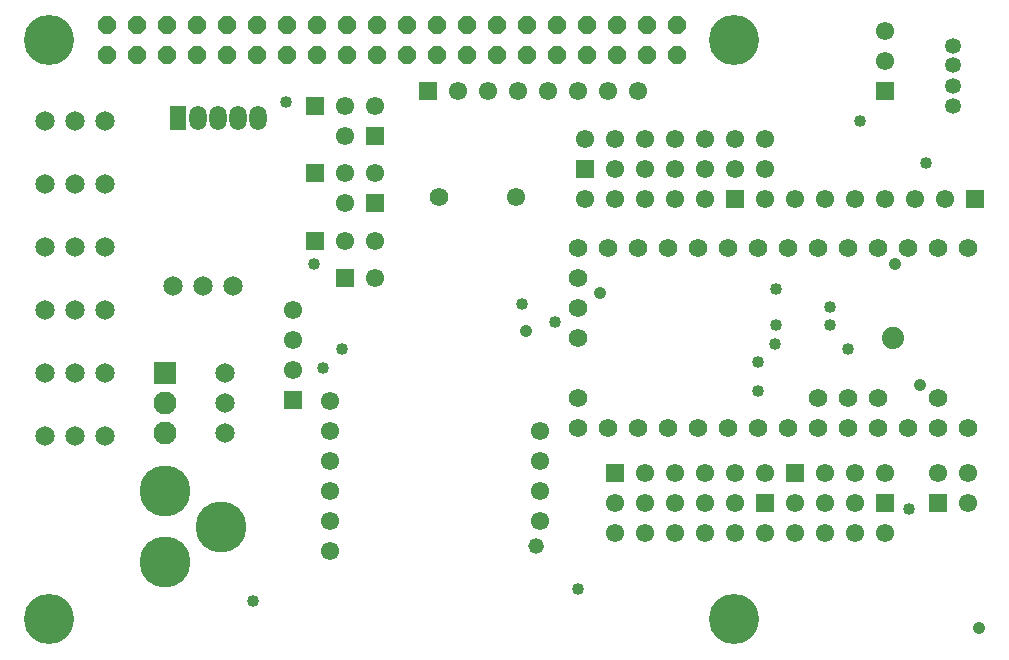
<source format=gbs>
G04 DipTrace 3.0.0.0*
G04 TeensyArbotixProRPI.gbs*
%MOIN*%
G04 #@! TF.FileFunction,Soldermask,Bot*
G04 #@! TF.Part,Single*
%AMOUTLINE0*5,1,8,0,0,0.065199,-22.499571*%
%ADD13C,0.04*%
%ADD42C,0.17*%
%ADD45C,0.065199*%
%ADD47C,0.05315*%
%ADD56C,0.074*%
%ADD57C,0.074*%
%ADD62C,0.06194*%
%ADD71C,0.167*%
%ADD73C,0.052*%
%ADD75C,0.042*%
%ADD79O,0.057X0.082*%
%ADD81R,0.057X0.082*%
%ADD85C,0.062*%
%ADD95C,0.076803*%
%ADD97R,0.076803X0.076803*%
%ADD111R,0.061055X0.061055*%
%ADD121C,0.061055*%
%ADD128OUTLINE0*%
%FSLAX26Y26*%
G04*
G70*
G90*
G75*
G01*
G04 BotMask*
%LPD*%
D75*
X2368701Y1618701D3*
X3631002Y503889D3*
X3351091Y1714050D3*
D73*
X2155332Y777030D3*
D75*
X2122645Y1490757D3*
X3435914Y1311831D3*
D71*
X2814961Y531496D3*
X531496D3*
Y2460630D3*
X2814961D3*
D13*
X3133701Y1573701D3*
X2293701Y633701D3*
X3396743Y898211D3*
X2953701Y1633701D3*
X1210135Y592702D3*
X3133701Y1513701D3*
X2894215Y1388044D3*
X2893701Y1293701D3*
X1507616Y1430777D3*
X2949546Y1448400D3*
X3453701Y2053701D3*
X3233701Y2193701D3*
X3193701Y1433701D3*
X2953701Y1513701D3*
X1321895Y2255645D3*
X1413385Y1715036D3*
X1443701Y1368701D3*
X2217710Y1523818D3*
X2106701Y1583701D3*
D121*
X1468701Y1157505D3*
Y1057505D3*
Y957505D3*
Y1257505D3*
X2168701Y1057505D3*
Y957505D3*
Y857505D3*
Y1157505D3*
X1468701Y857505D3*
Y757505D3*
D111*
X2918701Y918701D3*
D121*
Y818701D3*
X2818701Y918701D3*
Y818701D3*
X2718701Y918701D3*
Y818701D3*
X2618701Y918701D3*
Y818701D3*
X2518701Y918701D3*
Y818701D3*
X2418701Y918701D3*
Y818701D3*
D111*
Y1018701D3*
D121*
X2518701D3*
X2618701D3*
X2718701D3*
X2818701D3*
X2918701D3*
D111*
X3318701Y918701D3*
D121*
Y818701D3*
X3218701Y918701D3*
Y818701D3*
X3118701Y918701D3*
Y818701D3*
X3018701Y918701D3*
Y818701D3*
D111*
Y1018701D3*
D121*
X3118701D3*
X3218701D3*
X3318701D3*
D111*
X2318701Y2033701D3*
D121*
Y2133701D3*
X2418701Y2033701D3*
Y2133701D3*
X2518701Y2033701D3*
Y2133701D3*
X2618701Y2033701D3*
Y2133701D3*
X2718701Y2033701D3*
Y2133701D3*
X2818701Y2033701D3*
Y2133701D3*
X2918701Y2033701D3*
Y2133701D3*
D111*
X3318701Y2293701D3*
D121*
Y2393701D3*
Y2493701D3*
D42*
X918701Y958071D3*
Y721851D3*
X1103740Y839961D3*
D111*
X1343701Y1262126D3*
D121*
Y1362126D3*
Y1462126D3*
Y1562126D3*
D111*
X3493701Y918701D3*
D121*
Y1018701D3*
X3593701Y918701D3*
Y1018701D3*
D128*
X723229Y2410630D3*
Y2510630D3*
X823229Y2410630D3*
Y2510630D3*
X923229Y2410630D3*
Y2510630D3*
X1023229Y2410630D3*
Y2510630D3*
X1123229Y2410630D3*
Y2510630D3*
X1223229Y2410630D3*
Y2510630D3*
X1323229Y2410630D3*
Y2510630D3*
X1423229Y2410630D3*
Y2510630D3*
X1523229Y2410630D3*
Y2510630D3*
X1623229Y2410630D3*
Y2510630D3*
X1723229Y2410630D3*
Y2510630D3*
X1823229Y2410630D3*
Y2510630D3*
X1923229Y2410630D3*
Y2510630D3*
X2023229Y2410630D3*
Y2510630D3*
X2123229Y2410630D3*
Y2510630D3*
X2223229Y2410630D3*
Y2510630D3*
X2323229Y2410630D3*
Y2510630D3*
X2423229Y2410630D3*
Y2510630D3*
X2523229Y2410630D3*
Y2510630D3*
X2623229Y2410630D3*
Y2510630D3*
D45*
X518701Y1983701D3*
X618701D3*
X718701D3*
X518701Y1773701D3*
X618701D3*
X718701D3*
X518701Y1563701D3*
X618701D3*
X718701D3*
X518701Y1353701D3*
X618701D3*
X718701D3*
X518701Y1143701D3*
X618701D3*
X718701D3*
X518701Y2193701D3*
X618701D3*
X718701D3*
X943701Y1643701D3*
X1043701D3*
X1143701D3*
X1118701Y1153701D3*
Y1253701D3*
Y1353701D3*
D111*
X1518701Y1668701D3*
D121*
X1618701D3*
D111*
X3618701Y1933701D3*
D121*
X3518701D3*
X3418701D3*
X3318701D3*
X3218701D3*
X3118701D3*
X3018701D3*
X2918701D3*
D111*
X2818701D3*
D121*
X2718701D3*
X2618701D3*
X2518701D3*
X2418701D3*
X2318701D3*
D111*
X1793701Y2293701D3*
D121*
X1893701D3*
X1993701D3*
X2093701D3*
X2193701D3*
X2293701D3*
X2393701D3*
X2493701D3*
D111*
X1418701Y1793701D3*
D121*
X1518701D3*
X1618701D3*
D111*
Y1918701D3*
D121*
X1518701D3*
D111*
X1418701Y2018701D3*
D121*
X1518701D3*
X1618701D3*
D111*
X1418701Y2243701D3*
D121*
X1518701D3*
X1618701D3*
D111*
Y2143701D3*
D121*
X1518701D3*
D47*
X3543701Y2243701D3*
Y2308701D3*
Y2378701D3*
Y2443701D3*
D97*
X918701Y1353701D3*
D95*
Y1253701D3*
Y1153701D3*
D56*
X3343701Y1468701D3*
D57*
D3*
D85*
X1830701Y1938701D3*
D121*
X2086654D3*
D81*
X959701Y2203701D3*
D79*
X1026701D3*
X1093701D3*
X1160701D3*
X1227701D3*
D62*
X3593701Y1768701D3*
X3493701D3*
X3393701D3*
X3293701D3*
X3193701D3*
X3093701D3*
X2993701D3*
X2893701D3*
X2793701D3*
X2693701D3*
X2593701D3*
X2493701D3*
X2393701D3*
X2293701D3*
Y1468701D3*
Y1568701D3*
Y1668701D3*
Y1268701D3*
Y1168701D3*
X2393701D3*
X2493701D3*
X2593701D3*
X2693701D3*
X2793701D3*
X2893701D3*
X2993701D3*
X3093701D3*
X3193701D3*
X3293701D3*
X3393701D3*
X3493701D3*
X3593701D3*
X3493701Y1268701D3*
X3293701D3*
X3193701D3*
X3093701D3*
M02*

</source>
